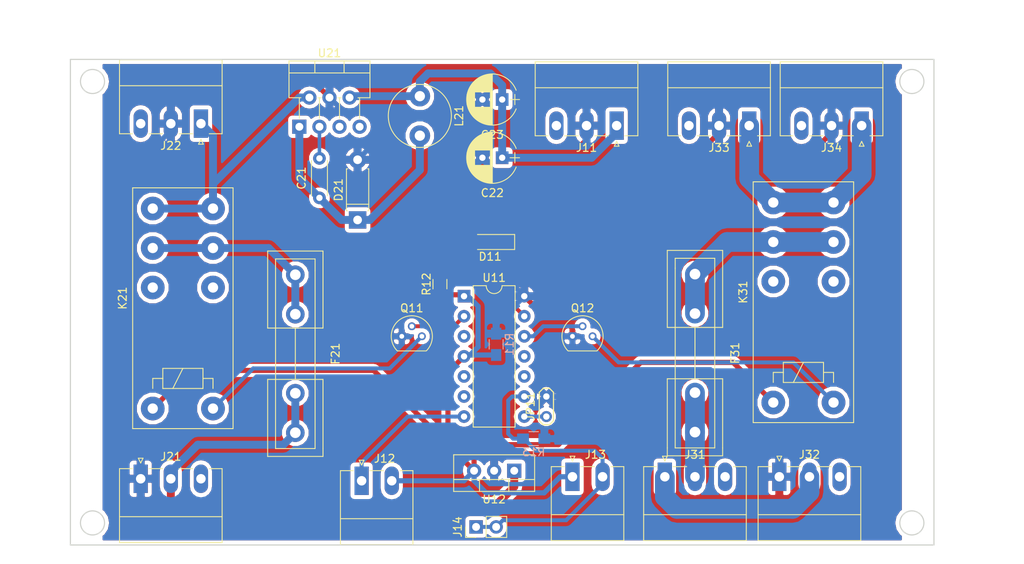
<source format=kicad_pcb>
(kicad_pcb (version 4) (host pcbnew 4.0.7)
  (layers (0 F.Cu signal) (31 B.Cu signal) (34 B.Paste user) (35 F.Paste user) (36 B.SilkS user) (37 F.SilkS user) (38 B.Mask user) (39 F.Mask user) (44 Edge.Cuts user))
  (net 0 "")
  (net 1 "Net-(C21-Pad1)")
  (net 2 "Net-(C21-Pad2)")
  (net 3 GND)
  (net 4 "Net-(F21-Pad2)")
  (net 5 "Net-(F21-Pad1)")
  (net 6 "Net-(F31-Pad2)")
  (net 7 "Net-(F31-Pad1)")
  (net 8 "Net-(J22-Pad1)")
  (net 9 +5V)
  (net 10 RL1)
  (net 11 RL2)
  (net 12 "Net-(Q11-Pad2)")
  (net 13 "Net-(Q12-Pad2)")
  (net 14 "Net-(C22-Pad1)")
  (net 15 "Net-(JP11-Pad1)")
  (net 16 "Net-(J31-Pad1)")
  (net 17 "Net-(J33-Pad1)")
  (net 18 "Net-(D11-Pad1)")
  (net 19 "Net-(D11-Pad2)")
  (net 20 "Net-(J12-Pad1)")
  (net 21 "Net-(J13-Pad2)")
  (module Capacitors_THT:C_Disc_D4.3mm_W1.9mm_P5.00mm (layer F.Cu) (at 73.152 101.092 90)
    (fp_text reference C21 (at 2.5 -2.26 90) (layer F.SilkS))
    (fp_text value 0.01uF)
    (pad 1 thru_hole circle (at 0 0 90) (size 1.6 1.6) (drill 0.8) (layers *.Cu *.Mask) (net 1 "Net-(C21-Pad1)"))
    (pad 2 thru_hole circle (at 5 0 90) (size 1.6 1.6) (drill 0.8) (layers *.Cu *.Mask) (net 2 "Net-(C21-Pad2)"))
  )
  (module Capacitors_THT:CP_Radial_D6.3mm_P2.50mm (layer F.Cu) (at 96.266 96.012 180)
    (fp_text reference C22 (at 1.25 -4.46 180) (layer F.SilkS))
    (fp_text value 100uF)
    (pad 1 thru_hole rect (at 0 0 180) (size 1.6 1.6) (drill 0.8) (layers *.Cu *.Mask) (net 14 "Net-(C22-Pad1)"))
    (pad 2 thru_hole circle (at 2.5 0 180) (size 1.6 1.6) (drill 0.8) (layers *.Cu *.Mask) (net 3 GND))
  )
  (module Capacitors_THT:CP_Radial_D6.3mm_P2.50mm (layer F.Cu) (at 96.266 88.646 180)
    (fp_text reference C23 (at 1.25 -4.46 180) (layer F.SilkS))
    (fp_text value 100uF)
    (pad 1 thru_hole rect (at 0 0 180) (size 1.6 1.6) (drill 0.8) (layers *.Cu *.Mask) (net 14 "Net-(C22-Pad1)"))
    (pad 2 thru_hole circle (at 2.5 0 180) (size 1.6 1.6) (drill 0.8) (layers *.Cu *.Mask) (net 3 GND))
  )
  (module Diodes_THT:D_DO-41_SOD81_P7.62mm_Horizontal (layer F.Cu) (at 77.978 103.886 90)
    (fp_text reference D21 (at 3.81 -2.41 90) (layer F.SilkS))
    (fp_text value D_Schottky)
    (pad 1 thru_hole rect (at 0 0 90) (size 2.2 2.2) (drill 1.1) (layers *.Cu *.Mask) (net 1 "Net-(C21-Pad1)"))
    (pad 2 thru_hole oval (at 7.62 0 90) (size 2.2 2.2) (drill 1.1) (layers *.Cu *.Mask) (net 3 GND))
  )
  (module Fuse_Holders_and_Fuses:Fuseholder5x20_horiz_open_inline_Type-I (layer F.Cu) (at 70.104 110.824 270)
    (fp_text reference F21 (at 10 -5.08 270) (layer F.SilkS))
    (fp_text value Fuse)
    (pad 2 thru_hole circle (at 15 0 270) (size 2.35 2.35) (drill 1.35) (layers *.Cu *.Mask) (net 4 "Net-(F21-Pad2)"))
    (pad 2 thru_hole circle (at 20 0 270) (size 2.35 2.35) (drill 1.35) (layers *.Cu *.Mask) (net 4 "Net-(F21-Pad2)"))
    (pad 1 thru_hole circle (at 5 0 270) (size 2.35 2.35) (drill 1.35) (layers *.Cu *.Mask) (net 5 "Net-(F21-Pad1)"))
    (pad 1 thru_hole circle (at 0 0 270) (size 2.35 2.35) (drill 1.35) (layers *.Cu *.Mask) (net 5 "Net-(F21-Pad1)"))
  )
  (module Fuse_Holders_and_Fuses:Fuseholder5x20_horiz_open_inline_Type-I (layer F.Cu) (at 120.65 110.744 270)
    (fp_text reference F31 (at 10 -5.08 270) (layer F.SilkS))
    (fp_text value T6,3A)
    (pad 2 thru_hole circle (at 15 0 270) (size 2.35 2.35) (drill 1.35) (layers *.Cu *.Mask) (net 6 "Net-(F31-Pad2)"))
    (pad 2 thru_hole circle (at 20 0 270) (size 2.35 2.35) (drill 1.35) (layers *.Cu *.Mask) (net 6 "Net-(F31-Pad2)"))
    (pad 1 thru_hole circle (at 5 0 270) (size 2.35 2.35) (drill 1.35) (layers *.Cu *.Mask) (net 7 "Net-(F31-Pad1)"))
    (pad 1 thru_hole circle (at 0 0 270) (size 2.35 2.35) (drill 1.35) (layers *.Cu *.Mask) (net 7 "Net-(F31-Pad1)"))
  )
  (module Resistors_SMD:R_0805_HandSoldering (layer B.Cu) (at 95.504 119.634 90)
    (fp_text reference R11 (at 0 1.7 90) (layer B.SilkS) (effects (justify mirror)))
    (fp_text value 100k)
    (pad 1 smd rect (at -1.35 0 90) (size 1.5 1.3) (layers B.Cu B.Paste B.Mask) (net 9 +5V))
    (pad 2 smd rect (at 1.35 0 90) (size 1.5 1.3) (layers B.Cu B.Paste B.Mask) (net 3 GND))
  )
  (module Housings_DIP:DIP-14_W7.62mm (layer F.Cu) (at 91.44 113.538)
    (fp_text reference U11 (at 3.81 -2.33) (layer F.SilkS))
    (fp_text value ATTINY84-20PU)
    (pad 1 thru_hole rect (at 0 0) (size 1.6 1.6) (drill 0.8) (layers *.Cu *.Mask) (net 9 +5V))
    (pad 8 thru_hole oval (at 7.62 15.24) (size 1.6 1.6) (drill 0.8) (layers *.Cu *.Mask) (net 15 "Net-(JP11-Pad1)"))
    (pad 2 thru_hole oval (at 0 2.54) (size 1.6 1.6) (drill 0.8) (layers *.Cu *.Mask) (net 12 "Net-(Q11-Pad2)"))
    (pad 9 thru_hole oval (at 7.62 12.7) (size 1.6 1.6) (drill 0.8) (layers *.Cu *.Mask) (net 21 "Net-(J13-Pad2)"))
    (pad 3 thru_hole oval (at 0 5.08) (size 1.6 1.6) (drill 0.8) (layers *.Cu *.Mask))
    (pad 10 thru_hole oval (at 7.62 10.16) (size 1.6 1.6) (drill 0.8) (layers *.Cu *.Mask))
    (pad 4 thru_hole oval (at 0 7.62) (size 1.6 1.6) (drill 0.8) (layers *.Cu *.Mask) (net 9 +5V))
    (pad 11 thru_hole oval (at 7.62 7.62) (size 1.6 1.6) (drill 0.8) (layers *.Cu *.Mask))
    (pad 5 thru_hole oval (at 0 10.16) (size 1.6 1.6) (drill 0.8) (layers *.Cu *.Mask))
    (pad 12 thru_hole oval (at 7.62 5.08) (size 1.6 1.6) (drill 0.8) (layers *.Cu *.Mask) (net 13 "Net-(Q12-Pad2)"))
    (pad 6 thru_hole oval (at 0 12.7) (size 1.6 1.6) (drill 0.8) (layers *.Cu *.Mask))
    (pad 13 thru_hole oval (at 7.62 2.54) (size 1.6 1.6) (drill 0.8) (layers *.Cu *.Mask) (net 18 "Net-(D11-Pad1)"))
    (pad 7 thru_hole oval (at 0 15.24) (size 1.6 1.6) (drill 0.8) (layers *.Cu *.Mask) (net 20 "Net-(J12-Pad1)"))
    (pad 14 thru_hole oval (at 7.62 0) (size 1.6 1.6) (drill 0.8) (layers *.Cu *.Mask) (net 3 GND))
  )
  (module TO_SOT_Packages_THT:TO-220-3_Vertical (layer F.Cu) (at 97.79 135.636 180)
    (fp_text reference U12 (at 2.54 -3.62 180) (layer F.SilkS))
    (fp_text value L7805)
    (pad 1 thru_hole rect (at 0 0 180) (size 1.8 1.8) (drill 1) (layers *.Cu *.Mask) (net 4 "Net-(F21-Pad2)"))
    (pad 2 thru_hole oval (at 2.54 0 180) (size 1.8 1.8) (drill 1) (layers *.Cu *.Mask) (net 3 GND))
    (pad 3 thru_hole oval (at 5.08 0 180) (size 1.8 1.8) (drill 1) (layers *.Cu *.Mask) (net 9 +5V))
  )
  (module TO_SOT_Packages_THT:TO-220-7_Vertical_StaggeredType1 (layer F.Cu) (at 70.612 92.092)
    (fp_text reference U21 (at 3.81 -9.32) (layer F.SilkS))
    (fp_text value LM2678)
    (pad 1 thru_hole rect (at 0 0) (size 1.8 1.8) (drill 1) (layers *.Cu *.Mask) (net 1 "Net-(C21-Pad1)"))
    (pad 2 thru_hole oval (at 1.27 -3.7) (size 1.8 1.8) (drill 1) (layers *.Cu *.Mask) (net 8 "Net-(J22-Pad1)"))
    (pad 3 thru_hole oval (at 2.54 0) (size 1.8 1.8) (drill 1) (layers *.Cu *.Mask) (net 2 "Net-(C21-Pad2)"))
    (pad 4 thru_hole oval (at 3.81 -3.7) (size 1.8 1.8) (drill 1) (layers *.Cu *.Mask) (net 3 GND))
    (pad 5 thru_hole oval (at 5.08 0) (size 1.8 1.8) (drill 1) (layers *.Cu *.Mask))
    (pad 6 thru_hole oval (at 6.35 -3.7) (size 1.8 1.8) (drill 1) (layers *.Cu *.Mask) (net 14 "Net-(C22-Pad1)"))
    (pad 7 thru_hole oval (at 7.62 0) (size 1.8 1.8) (drill 1) (layers *.Cu *.Mask))
  )
  (module Relays_THT:Relay_DPDT_Finder_40.52 (layer F.Cu) (at 52.07 127.762 90)
    (fp_text reference K21 (at 13.97 -3.81 90) (layer F.SilkS))
    (fp_text value FINDER-30.22)
    (pad A1 thru_hole circle (at 0 0 90) (size 3 3) (drill 1.3) (layers *.Cu *.Mask) (net 9 +5V))
    (pad A2 thru_hole circle (at 0 7.62 90) (size 3 3) (drill 1.3) (layers *.Cu *.Mask) (net 10 RL1))
    (pad 11 thru_hole circle (at 20.32 0 90) (size 3 3) (drill 1.3) (layers *.Cu *.Mask) (net 5 "Net-(F21-Pad1)"))
    (pad 24 thru_hole circle (at 25.32 7.62 90) (size 3 3) (drill 1.3) (layers *.Cu *.Mask) (net 8 "Net-(J22-Pad1)"))
    (pad 22 thru_hole circle (at 15.32 7.62 90) (size 3 3) (drill 1.3) (layers *.Cu *.Mask))
    (pad 12 thru_hole circle (at 15.32 0 90) (size 3 3) (drill 1.3) (layers *.Cu *.Mask))
    (pad 21 thru_hole circle (at 20.32 7.62 90) (size 3 3) (drill 1.3) (layers *.Cu *.Mask) (net 5 "Net-(F21-Pad1)"))
    (pad 14 thru_hole circle (at 25.32 0 90) (size 3 3) (drill 1.3) (layers *.Cu *.Mask) (net 8 "Net-(J22-Pad1)"))
  )
  (module Relays_THT:Relay_DPDT_Finder_40.52 (layer F.Cu) (at 130.556 127 90)
    (fp_text reference K31 (at 13.97 -3.81 90) (layer F.SilkS))
    (fp_text value FINDER-30.22)
    (pad A1 thru_hole circle (at 0 0 90) (size 3 3) (drill 1.3) (layers *.Cu *.Mask) (net 9 +5V))
    (pad A2 thru_hole circle (at 0 7.62 90) (size 3 3) (drill 1.3) (layers *.Cu *.Mask) (net 11 RL2))
    (pad 11 thru_hole circle (at 20.32 0 90) (size 3 3) (drill 1.3) (layers *.Cu *.Mask) (net 7 "Net-(F31-Pad1)"))
    (pad 24 thru_hole circle (at 25.32 7.62 90) (size 3 3) (drill 1.3) (layers *.Cu *.Mask) (net 17 "Net-(J33-Pad1)"))
    (pad 22 thru_hole circle (at 15.32 7.62 90) (size 3 3) (drill 1.3) (layers *.Cu *.Mask))
    (pad 12 thru_hole circle (at 15.32 0 90) (size 3 3) (drill 1.3) (layers *.Cu *.Mask))
    (pad 21 thru_hole circle (at 20.32 7.62 90) (size 3 3) (drill 1.3) (layers *.Cu *.Mask) (net 7 "Net-(F31-Pad1)"))
    (pad 14 thru_hole circle (at 25.32 0 90) (size 3 3) (drill 1.3) (layers *.Cu *.Mask) (net 17 "Net-(J33-Pad1)"))
  )
  (module TO_SOT_Packages_THT:TO-92_Molded_Narrow (layer F.Cu) (at 83.566 118.618)
    (fp_text reference Q11 (at 1.27 -3.56) (layer F.SilkS))
    (fp_text value 2N7000)
    (pad 2 thru_hole circle (at 1.27 -1.27 90) (size 1 1) (drill 0.6) (layers *.Cu *.Mask) (net 12 "Net-(Q11-Pad2)"))
    (pad 3 thru_hole circle (at 2.54 0 90) (size 1 1) (drill 0.6) (layers *.Cu *.Mask) (net 10 RL1))
    (pad 1 thru_hole rect (at 0 0 90) (size 1 1) (drill 0.6) (layers *.Cu *.Mask) (net 3 GND))
  )
  (module TO_SOT_Packages_THT:TO-92_Molded_Narrow (layer F.Cu) (at 105.156 118.618)
    (fp_text reference Q12 (at 1.27 -3.56) (layer F.SilkS))
    (fp_text value 2N7000)
    (pad 2 thru_hole circle (at 1.27 -1.27 90) (size 1 1) (drill 0.6) (layers *.Cu *.Mask) (net 13 "Net-(Q12-Pad2)"))
    (pad 3 thru_hole circle (at 2.54 0 90) (size 1 1) (drill 0.6) (layers *.Cu *.Mask) (net 11 RL2))
    (pad 1 thru_hole rect (at 0 0 90) (size 1 1) (drill 0.6) (layers *.Cu *.Mask) (net 3 GND))
  )
  (module Inductors_THT:L_Radial_D7.8mm_P5.00mm_Fastron_07HCP (layer F.Cu) (at 85.852 88.218 270)
    (fp_text reference L21 (at 2.5 -4.96 270) (layer F.SilkS))
    (fp_text value 27uH)
    (pad 1 thru_hole circle (at 0 0 270) (size 2.6 2.6) (drill 1.3) (layers *.Cu *.Mask) (net 14 "Net-(C22-Pad1)"))
    (pad 2 thru_hole circle (at 5 0 270) (size 2.6 2.6) (drill 1.3) (layers *.Cu *.Mask) (net 1 "Net-(C21-Pad1)"))
  )
  (module Connectors_Phoenix:PhoenixContact_MC-G_03x3.81mm_Angled (layer F.Cu) (at 110.744 91.948 180)
    (fp_text reference J11 (at 3.81 -2.8 180) (layer F.SilkS))
    (fp_text value Conn_01x03)
    (pad 1 thru_hole rect (at 0 0 180) (size 1.8 3.6) (drill 1.2) (layers *.Cu *.Mask) (net 14 "Net-(C22-Pad1)"))
    (pad 2 thru_hole oval (at 3.81 0 180) (size 1.8 3.6) (drill 1.2) (layers *.Cu *.Mask) (net 3 GND))
    (pad 3 thru_hole oval (at 7.62 0 180) (size 1.8 3.6) (drill 1.2) (layers *.Cu *.Mask))
  )
  (module Connectors_Phoenix:PhoenixContact_MC-G_03x3.81mm_Angled (layer F.Cu) (at 50.546 136.652)
    (fp_text reference J21 (at 3.81 -2.8) (layer F.SilkS))
    (fp_text value Conn_01x03)
    (pad 1 thru_hole rect (at 0 0) (size 1.8 3.6) (drill 1.2) (layers *.Cu *.Mask) (net 3 GND))
    (pad 2 thru_hole oval (at 3.81 0) (size 1.8 3.6) (drill 1.2) (layers *.Cu *.Mask) (net 4 "Net-(F21-Pad2)"))
    (pad 3 thru_hole oval (at 7.62 0) (size 1.8 3.6) (drill 1.2) (layers *.Cu *.Mask))
  )
  (module Connectors_Phoenix:PhoenixContact_MC-G_03x3.81mm_Angled (layer F.Cu) (at 58.166 91.694 180)
    (fp_text reference J22 (at 3.81 -2.8 180) (layer F.SilkS))
    (fp_text value Conn_01x03)
    (pad 1 thru_hole rect (at 0 0 180) (size 1.8 3.6) (drill 1.2) (layers *.Cu *.Mask) (net 8 "Net-(J22-Pad1)"))
    (pad 2 thru_hole oval (at 3.81 0 180) (size 1.8 3.6) (drill 1.2) (layers *.Cu *.Mask) (net 3 GND))
    (pad 3 thru_hole oval (at 7.62 0 180) (size 1.8 3.6) (drill 1.2) (layers *.Cu *.Mask))
  )
  (module Connectors_Phoenix:PhoenixContact_MC-G_03x3.81mm_Angled (layer F.Cu) (at 116.84 136.398)
    (fp_text reference J31 (at 3.81 -2.8) (layer F.SilkS))
    (fp_text value Conn_01x03)
    (pad 1 thru_hole rect (at 0 0) (size 1.8 3.6) (drill 1.2) (layers *.Cu *.Mask) (net 16 "Net-(J31-Pad1)"))
    (pad 2 thru_hole oval (at 3.81 0) (size 1.8 3.6) (drill 1.2) (layers *.Cu *.Mask) (net 6 "Net-(F31-Pad2)"))
    (pad 3 thru_hole oval (at 7.62 0) (size 1.8 3.6) (drill 1.2) (layers *.Cu *.Mask))
  )
  (module Connectors_Phoenix:PhoenixContact_MC-G_03x3.81mm_Angled (layer F.Cu) (at 131.318 136.398)
    (fp_text reference J32 (at 3.81 -2.8) (layer F.SilkS))
    (fp_text value Conn_01x03)
    (pad 1 thru_hole rect (at 0 0) (size 1.8 3.6) (drill 1.2) (layers *.Cu *.Mask) (net 3 GND))
    (pad 2 thru_hole oval (at 3.81 0) (size 1.8 3.6) (drill 1.2) (layers *.Cu *.Mask) (net 16 "Net-(J31-Pad1)"))
    (pad 3 thru_hole oval (at 7.62 0) (size 1.8 3.6) (drill 1.2) (layers *.Cu *.Mask))
  )
  (module Connectors_Phoenix:PhoenixContact_MC-G_03x3.81mm_Angled (layer F.Cu) (at 127.508 91.948 180)
    (fp_text reference J33 (at 3.81 -2.8 180) (layer F.SilkS))
    (fp_text value Conn_01x03)
    (pad 1 thru_hole rect (at 0 0 180) (size 1.8 3.6) (drill 1.2) (layers *.Cu *.Mask) (net 17 "Net-(J33-Pad1)"))
    (pad 2 thru_hole oval (at 3.81 0 180) (size 1.8 3.6) (drill 1.2) (layers *.Cu *.Mask) (net 3 GND))
    (pad 3 thru_hole oval (at 7.62 0 180) (size 1.8 3.6) (drill 1.2) (layers *.Cu *.Mask))
  )
  (module Measurement_Points:Test_Point_2Pads (layer F.Cu) (at 101.854 128.778 90)
    (fp_text reference JP11 (at 1.27 -2 90) (layer F.SilkS))
    (fp_text value Jumper)
    (pad 1 thru_hole circle (at 0 0 90) (size 1.4 1.4) (drill 0.8128) (layers *.Cu *.Mask) (net 15 "Net-(JP11-Pad1)"))
    (pad 2 thru_hole circle (at 2.54 0 90) (size 1.4 1.4) (drill 0.8128) (layers *.Cu *.Mask) (net 3 GND))
  )
  (module Connectors_Phoenix:PhoenixContact_MC-G_02x3.81mm_Angled (layer F.Cu) (at 78.486 136.906)
    (fp_text reference J12 (at 2.905 -2.8) (layer F.SilkS))
    (fp_text value Conn_01x02)
    (pad 1 thru_hole rect (at 0 0) (size 1.8 3.6) (drill 1.2) (layers *.Cu *.Mask) (net 20 "Net-(J12-Pad1)"))
    (pad 2 thru_hole oval (at 3.81 0) (size 1.8 3.6) (drill 1.2) (layers *.Cu *.Mask) (net 9 +5V))
  )
  (module Connectors_Phoenix:PhoenixContact_MC-G_03x3.81mm_Angled (layer F.Cu) (at 141.732 91.948 180)
    (fp_text reference J34 (at 3.81 -2.8 180) (layer F.SilkS))
    (fp_text value Conn_01x03)
    (pad 1 thru_hole rect (at 0 0 180) (size 1.8 3.6) (drill 1.2) (layers *.Cu *.Mask) (net 17 "Net-(J33-Pad1)"))
    (pad 2 thru_hole oval (at 3.81 0 180) (size 1.8 3.6) (drill 1.2) (layers *.Cu *.Mask) (net 3 GND))
    (pad 3 thru_hole oval (at 7.62 0 180) (size 1.8 3.6) (drill 1.2) (layers *.Cu *.Mask))
  )
  (module LEDs:LED_1206_HandSoldering (layer F.Cu) (at 94.742 106.68 180)
    (fp_text reference D11 (at 0 -1.85 180) (layer F.SilkS))
    (fp_text value LED)
    (pad 1 smd rect (at -2 0 180) (size 2 1.7) (layers F.Cu F.Paste F.Mask) (net 18 "Net-(D11-Pad1)"))
    (pad 2 smd rect (at 2 0 180) (size 2 1.7) (layers F.Cu F.Paste F.Mask) (net 19 "Net-(D11-Pad2)"))
  )
  (module Resistors_SMD:R_0805_HandSoldering (layer F.Cu) (at 88.392 112.014 90)
    (fp_text reference R12 (at 0 -1.7 90) (layer F.SilkS))
    (fp_text value R)
    (pad 1 smd rect (at -1.35 0 90) (size 1.5 1.3) (layers F.Cu F.Paste F.Mask) (net 9 +5V))
    (pad 2 smd rect (at 1.35 0 90) (size 1.5 1.3) (layers F.Cu F.Paste F.Mask) (net 19 "Net-(D11-Pad2)"))
  )
  (module Connectors_Phoenix:PhoenixContact_MC-G_02x3.81mm_Angled (layer F.Cu) (at 105.156 136.398)
    (fp_text reference J13 (at 2.905 -2.8) (layer F.SilkS))
    (fp_text value Conn_01x02)
    (pad 1 thru_hole rect (at 0 0) (size 1.8 3.6) (drill 1.2) (layers *.Cu *.Mask) (net 9 +5V))
    (pad 2 thru_hole oval (at 3.81 0) (size 1.8 3.6) (drill 1.2) (layers *.Cu *.Mask) (net 21 "Net-(J13-Pad2)"))
  )
  (module Resistors_SMD:R_0805_HandSoldering (layer B.Cu) (at 100.25 131.572)
    (fp_text reference R13 (at 0 1.7) (layer B.SilkS) (effects (justify mirror)))
    (fp_text value 10k)
    (pad 1 smd rect (at -1.35 0) (size 1.5 1.3) (layers B.Cu B.Paste B.Mask) (net 21 "Net-(J13-Pad2)"))
    (pad 2 smd rect (at 1.35 0) (size 1.5 1.3) (layers B.Cu B.Paste B.Mask) (net 3 GND))
  )
  (module Pin_Headers:Pin_Header_Straight_1x02_Pitch2.54mm (layer F.Cu) (at 92.964 142.748 90)
    (fp_text reference J14 (at 0 -2.33 90) (layer F.SilkS))
    (fp_text value Conn_01x02)
    (pad 1 thru_hole rect (at 0 0 90) (size 1.7 1.7) (drill 1) (layers *.Cu *.Mask) (net 21 "Net-(J13-Pad2)"))
    (pad 2 thru_hole oval (at 0 2.54 90) (size 1.7 1.7) (drill 1) (layers *.Cu *.Mask) (net 21 "Net-(J13-Pad2)"))
  )
  (gr_circle (center 148.082 86.36) (end 148.082 87.884) (layer Edge.Cuts) (width 0.15))
  (gr_circle (center 148.082 142.24) (end 148.082 143.764) (layer Edge.Cuts) (width 0.15))
  (gr_circle (center 44.45 142.24) (end 44.45 143.764) (layer Edge.Cuts) (width 0.15))
  (gr_circle (center 44.45 86.36) (end 44.45 87.884) (layer Edge.Cuts) (width 0.15))
  (gr_line (start 41.656 83.566) (end 41.656 145.034) (layer Edge.Cuts) (width 0.15))
  (gr_line (start 150.876 83.566) (end 41.656 83.566) (layer Edge.Cuts) (width 0.15))
  (gr_line (start 150.876 145.034) (end 150.876 83.566) (layer Edge.Cuts) (width 0.15))
  (gr_line (start 41.656 145.034) (end 150.876 145.034) (layer Edge.Cuts) (width 0.15))
  (segment (start 77.978 103.886) (end 79.528 103.886) (width 1) (layer B.Cu) (net 1))
  (segment (start 79.528 103.886) (end 85.852 97.562) (width 1) (layer B.Cu) (net 1))
  (segment (start 85.852 97.562) (end 85.852 95.056477) (width 1) (layer B.Cu) (net 1))
  (segment (start 85.852 95.056477) (end 85.852 93.218) (width 1) (layer B.Cu) (net 1))
  (segment (start 75.946 103.886) (end 77.978 103.886) (width 1) (layer B.Cu) (net 1))
  (segment (start 73.152 101.092) (end 75.946 103.886) (width 1) (layer B.Cu) (net 1))
  (segment (start 70.612 92.092) (end 70.612 98.552) (width 1) (layer B.Cu) (net 1))
  (segment (start 70.612 98.552) (end 73.152 101.092) (width 1) (layer B.Cu) (net 1))
  (segment (start 73.152 92.092) (end 73.152 96.092) (width 0.45) (layer B.Cu) (net 2))
  (segment (start 101.6 131.572) (end 103 131.572) (width 0.65) (layer B.Cu) (net 3))
  (segment (start 103 131.572) (end 104.84002 129.73198) (width 0.65) (layer B.Cu) (net 3))
  (segment (start 104.84002 129.73198) (end 104.84002 126.238) (width 0.65) (layer B.Cu) (net 3))
  (segment (start 122.59101 122.84501) (end 120.396 122.84501) (width 0.65) (layer B.Cu) (net 3))
  (segment (start 120.396 122.84501) (end 108.23301 122.84501) (width 0.65) (layer B.Cu) (net 3))
  (segment (start 97.282 121.92) (end 97.282 115.316) (width 0.65) (layer B.Cu) (net 3))
  (segment (start 97.282 115.316) (end 99.06 113.538) (width 0.65) (layer B.Cu) (net 3))
  (segment (start 95.25 123.952) (end 97.282 121.92) (width 0.65) (layer B.Cu) (net 3))
  (segment (start 95.25 135.636) (end 95.25 123.952) (width 0.65) (layer B.Cu) (net 3))
  (segment (start 46.99 134.646) (end 46.99 99.96) (width 0.65) (layer B.Cu) (net 3))
  (segment (start 46.99 99.96) (end 54.356 92.594) (width 0.65) (layer B.Cu) (net 3))
  (segment (start 54.356 92.594) (end 54.356 91.694) (width 0.65) (layer B.Cu) (net 3))
  (segment (start 50.546 136.652) (end 48.996 136.652) (width 0.65) (layer B.Cu) (net 3))
  (segment (start 48.996 136.652) (end 46.99 134.646) (width 0.65) (layer B.Cu) (net 3))
  (segment (start 101.854 126.238) (end 104.84002 126.238) (width 0.65) (layer B.Cu) (net 3))
  (segment (start 104.84002 126.238) (end 108.23301 122.84501) (width 0.65) (layer B.Cu) (net 3))
  (segment (start 131.318 131.572) (end 122.59101 122.84501) (width 0.65) (layer B.Cu) (net 3))
  (segment (start 108.23301 122.84501) (end 105.156 119.768) (width 0.65) (layer B.Cu) (net 3))
  (segment (start 105.156 119.768) (end 105.156 118.618) (width 0.65) (layer B.Cu) (net 3))
  (segment (start 131.318 136.398) (end 131.318 131.572) (width 0.65) (layer B.Cu) (net 3))
  (segment (start 123.698 91.948) (end 123.698 92.848) (width 0.65) (layer F.Cu) (net 3))
  (segment (start 123.698 92.848) (end 118.248 98.298) (width 0.65) (layer F.Cu) (net 3))
  (segment (start 106.934 91.948) (end 106.934 93.726) (width 0.65) (layer F.Cu) (net 3))
  (segment (start 106.934 93.726) (end 102.362 98.298) (width 0.65) (layer F.Cu) (net 3))
  (segment (start 93.766 97.14337) (end 93.766 96.012) (width 0.65) (layer F.Cu) (net 3))
  (segment (start 72.136 86.106) (end 74.422 88.392) (width 0.65) (layer F.Cu) (net 3))
  (segment (start 57.494 86.106) (end 72.136 86.106) (width 0.65) (layer F.Cu) (net 3))
  (segment (start 54.356 91.694) (end 54.356 89.244) (width 0.65) (layer F.Cu) (net 3))
  (segment (start 54.356 89.244) (end 57.494 86.106) (width 0.65) (layer F.Cu) (net 3))
  (segment (start 92.118999 90.293001) (end 92.118999 90.340999) (width 0.65) (layer B.Cu) (net 3))
  (segment (start 92.118999 90.340999) (end 93.766 91.988) (width 0.65) (layer B.Cu) (net 3))
  (segment (start 93.766 91.988) (end 93.766 96.012) (width 0.65) (layer B.Cu) (net 3))
  (segment (start 79.653001 90.067001) (end 79.879001 90.293001) (width 0.65) (layer B.Cu) (net 3))
  (segment (start 79.879001 90.293001) (end 92.118999 90.293001) (width 0.65) (layer B.Cu) (net 3))
  (segment (start 92.118999 90.293001) (end 93.766 88.646) (width 0.65) (layer B.Cu) (net 3))
  (segment (start 80.772 91.186) (end 80.772 93.472) (width 0.65) (layer B.Cu) (net 3))
  (segment (start 80.772 93.472) (end 77.978 96.266) (width 0.65) (layer B.Cu) (net 3))
  (segment (start 79.653001 90.067001) (end 80.772 91.186) (width 0.65) (layer B.Cu) (net 3))
  (segment (start 74.422 88.392) (end 76.097001 90.067001) (width 0.65) (layer B.Cu) (net 3))
  (segment (start 76.097001 90.067001) (end 79.653001 90.067001) (width 0.65) (layer B.Cu) (net 3))
  (segment (start 99.06 113.538) (end 104.14 118.618) (width 0.65) (layer F.Cu) (net 3))
  (segment (start 104.14 118.618) (end 105.156 118.618) (width 0.65) (layer F.Cu) (net 3))
  (segment (start 83.560999 115.067001) (end 86.665001 111.962999) (width 0.65) (layer B.Cu) (net 3))
  (segment (start 98.260001 112.738001) (end 99.06 113.538) (width 0.65) (layer B.Cu) (net 3))
  (segment (start 86.665001 111.962999) (end 97.484999 111.962999) (width 0.65) (layer B.Cu) (net 3))
  (segment (start 97.484999 111.962999) (end 98.260001 112.738001) (width 0.65) (layer B.Cu) (net 3))
  (segment (start 83.566 118.618) (end 83.566 117.965002) (width 0.65) (layer B.Cu) (net 3))
  (segment (start 83.566 117.965002) (end 83.560999 117.960001) (width 0.65) (layer B.Cu) (net 3))
  (segment (start 83.560999 117.960001) (end 83.560999 115.067001) (width 0.65) (layer B.Cu) (net 3))
  (segment (start 95.504 117.094) (end 97.028 115.57) (width 0.65) (layer B.Cu) (net 3))
  (segment (start 97.028 115.57) (end 99.06 113.538) (width 0.65) (layer B.Cu) (net 3))
  (segment (start 95.504 118.284) (end 95.504 117.094) (width 0.65) (layer B.Cu) (net 3))
  (segment (start 137.922 91.948) (end 137.922 92.848) (width 0.65) (layer F.Cu) (net 3))
  (segment (start 137.922 92.848) (end 132.472 98.298) (width 0.65) (layer F.Cu) (net 3))
  (segment (start 132.472 98.298) (end 118.248 98.298) (width 0.65) (layer F.Cu) (net 3))
  (segment (start 118.248 98.298) (end 102.362 98.298) (width 0.65) (layer F.Cu) (net 3))
  (segment (start 102.362 98.298) (end 94.92063 98.298) (width 0.65) (layer F.Cu) (net 3))
  (segment (start 94.92063 98.298) (end 93.766 97.14337) (width 0.65) (layer F.Cu) (net 3))
  (segment (start 97.79 135.636) (end 97.79 137.668) (width 1) (layer F.Cu) (net 4))
  (segment (start 97.79 137.668) (end 95.504 139.954) (width 1) (layer F.Cu) (net 4))
  (segment (start 95.504 139.954) (end 54.858 139.954) (width 1) (layer F.Cu) (net 4))
  (segment (start 54.858 139.954) (end 54.356 139.452) (width 1) (layer F.Cu) (net 4))
  (segment (start 54.356 139.452) (end 54.356 136.652) (width 1) (layer F.Cu) (net 4))
  (segment (start 57.76 132.348) (end 68.58 132.348) (width 1) (layer B.Cu) (net 4))
  (segment (start 68.58 132.348) (end 70.104 130.824) (width 1) (layer B.Cu) (net 4))
  (segment (start 70.104 125.824) (end 70.104 130.824) (width 1) (layer B.Cu) (net 4))
  (segment (start 54.356 136.652) (end 54.356 135.752) (width 1) (layer B.Cu) (net 4))
  (segment (start 54.356 135.752) (end 57.76 132.348) (width 1) (layer B.Cu) (net 4))
  (segment (start 70.104 110.824) (end 70.104 115.824) (width 1) (layer B.Cu) (net 5))
  (segment (start 59.69 107.442) (end 66.722 107.442) (width 1) (layer B.Cu) (net 5))
  (segment (start 66.722 107.442) (end 70.104 110.824) (width 1) (layer B.Cu) (net 5))
  (segment (start 52.07 107.442) (end 54.19132 107.442) (width 1) (layer B.Cu) (net 5))
  (segment (start 54.19132 107.442) (end 59.69 107.442) (width 1) (layer B.Cu) (net 5))
  (segment (start 120.65 130.744) (end 120.65 125.744) (width 2.5) (layer B.Cu) (net 6))
  (segment (start 120.65 136.398) (end 120.65 130.744) (width 2.5) (layer B.Cu) (net 6))
  (segment (start 120.65 110.744) (end 120.65 115.744) (width 2.5) (layer B.Cu) (net 7))
  (segment (start 130.556 106.68) (end 124.714 106.68) (width 2.5) (layer B.Cu) (net 7))
  (segment (start 124.714 106.68) (end 120.65 110.744) (width 2.5) (layer B.Cu) (net 7))
  (segment (start 138.176 106.68) (end 136.05468 106.68) (width 2.5) (layer B.Cu) (net 7))
  (segment (start 136.05468 106.68) (end 130.556 106.68) (width 2.5) (layer B.Cu) (net 7))
  (segment (start 59.69 102.442) (end 59.69 93.218) (width 1) (layer B.Cu) (net 8))
  (segment (start 59.69 93.218) (end 58.166 91.694) (width 1) (layer B.Cu) (net 8))
  (segment (start 59.69 102.442) (end 59.69 99.311208) (width 1) (layer B.Cu) (net 8))
  (segment (start 59.69 99.311208) (end 70.609208 88.392) (width 1) (layer B.Cu) (net 8))
  (segment (start 70.609208 88.392) (end 71.882 88.392) (width 1) (layer B.Cu) (net 8))
  (segment (start 52.07 102.442) (end 54.19132 102.442) (width 1) (layer B.Cu) (net 8))
  (segment (start 54.19132 102.442) (end 59.69 102.442) (width 1) (layer B.Cu) (net 8))
  (segment (start 82.296 136.906) (end 91.44 136.906) (width 0.65) (layer B.Cu) (net 9))
  (segment (start 91.44 136.906) (end 92.71 135.636) (width 0.65) (layer B.Cu) (net 9))
  (segment (start 94.231208 138.43) (end 101.574 138.43) (width 0.65) (layer B.Cu) (net 9))
  (segment (start 103.606 136.398) (end 105.156 136.398) (width 0.65) (layer B.Cu) (net 9))
  (segment (start 101.574 138.43) (end 103.606 136.398) (width 0.65) (layer B.Cu) (net 9))
  (segment (start 92.71 135.636) (end 92.71 136.908792) (width 0.65) (layer B.Cu) (net 9))
  (segment (start 92.71 136.908792) (end 94.231208 138.43) (width 0.65) (layer B.Cu) (net 9))
  (segment (start 88.392 113.364) (end 91.266 113.364) (width 0.65) (layer F.Cu) (net 9))
  (segment (start 91.266 113.364) (end 91.44 113.538) (width 0.65) (layer F.Cu) (net 9))
  (segment (start 91.44 121.158) (end 89.408 123.19) (width 0.65) (layer F.Cu) (net 9))
  (segment (start 89.408 123.19) (end 89.408 132.334) (width 0.65) (layer F.Cu) (net 9))
  (segment (start 89.408 132.334) (end 92.71 135.636) (width 0.65) (layer F.Cu) (net 9))
  (segment (start 92.71 135.636) (end 92.71 134.112) (width 0.65) (layer F.Cu) (net 9))
  (segment (start 92.71 134.112) (end 94.488 132.334) (width 0.65) (layer F.Cu) (net 9))
  (segment (start 94.488 132.334) (end 103.378 132.334) (width 0.65) (layer F.Cu) (net 9))
  (segment (start 103.378 132.334) (end 113.792 121.92) (width 0.65) (layer F.Cu) (net 9))
  (segment (start 113.792 121.92) (end 125.476 121.92) (width 0.65) (layer F.Cu) (net 9))
  (segment (start 125.476 121.92) (end 127.508 123.952) (width 0.65) (layer F.Cu) (net 9))
  (segment (start 127.508 123.952) (end 130.556 127) (width 0.65) (layer F.Cu) (net 9))
  (segment (start 52.07 127.762) (end 56.896 122.936) (width 0.65) (layer F.Cu) (net 9))
  (segment (start 56.896 122.936) (end 80.01 122.936) (width 0.65) (layer F.Cu) (net 9))
  (segment (start 80.01 122.936) (end 92.71 135.636) (width 0.65) (layer F.Cu) (net 9))
  (segment (start 95.504 120.984) (end 92.202 120.984) (width 0.65) (layer B.Cu) (net 9))
  (segment (start 92.202 120.984) (end 91.614 120.984) (width 0.65) (layer B.Cu) (net 9))
  (segment (start 91.44 113.538) (end 91.948 113.538) (width 0.65) (layer B.Cu) (net 9))
  (segment (start 91.948 113.538) (end 93.218 114.808) (width 0.65) (layer B.Cu) (net 9))
  (segment (start 93.218 119.968) (end 92.202 120.984) (width 0.65) (layer B.Cu) (net 9))
  (segment (start 93.218 114.808) (end 93.218 119.968) (width 0.65) (layer B.Cu) (net 9))
  (segment (start 91.614 120.984) (end 91.44 121.158) (width 0.65) (layer B.Cu) (net 9))
  (segment (start 59.69 127.762) (end 64.77 122.682) (width 0.5) (layer B.Cu) (net 10))
  (segment (start 64.77 122.682) (end 82.042 122.682) (width 0.5) (layer B.Cu) (net 10))
  (segment (start 82.042 122.682) (end 86.106 118.618) (width 0.5) (layer B.Cu) (net 10))
  (segment (start 133.096 121.92) (end 110.998 121.92) (width 0.5) (layer B.Cu) (net 11))
  (segment (start 110.998 121.92) (end 107.696 118.618) (width 0.5) (layer B.Cu) (net 11))
  (segment (start 138.176 127) (end 133.096 121.92) (width 0.5) (layer B.Cu) (net 11))
  (segment (start 84.836 117.348) (end 90.17 117.348) (width 0.5) (layer F.Cu) (net 12))
  (segment (start 90.17 117.348) (end 91.44 116.078) (width 0.5) (layer F.Cu) (net 12))
  (segment (start 99.06 118.618) (end 100.19137 118.618) (width 0.5) (layer B.Cu) (net 13))
  (segment (start 100.19137 118.618) (end 101.46137 117.348) (width 0.5) (layer B.Cu) (net 13))
  (segment (start 101.46137 117.348) (end 105.718894 117.348) (width 0.5) (layer B.Cu) (net 13))
  (segment (start 105.718894 117.348) (end 106.426 117.348) (width 0.5) (layer B.Cu) (net 13))
  (segment (start 96.266 96.012) (end 107.58 96.012) (width 1) (layer B.Cu) (net 14))
  (segment (start 107.58 96.012) (end 110.744 92.848) (width 1) (layer B.Cu) (net 14))
  (segment (start 110.744 92.848) (end 110.744 91.948) (width 1) (layer B.Cu) (net 14))
  (segment (start 86.887523 85.344) (end 94.764 85.344) (width 1) (layer B.Cu) (net 14))
  (segment (start 94.764 85.344) (end 96.266 86.846) (width 1) (layer B.Cu) (net 14))
  (segment (start 96.266 86.846) (end 96.266 88.646) (width 1) (layer B.Cu) (net 14))
  (segment (start 85.852 88.218) (end 85.852 86.379523) (width 1) (layer B.Cu) (net 14))
  (segment (start 85.852 86.379523) (end 86.887523 85.344) (width 1) (layer B.Cu) (net 14))
  (segment (start 85.852 88.218) (end 77.136 88.218) (width 1) (layer B.Cu) (net 14))
  (segment (start 77.136 88.218) (end 76.962 88.392) (width 1) (layer B.Cu) (net 14))
  (segment (start 96.266 89.916) (end 96.266 91.186) (width 1) (layer B.Cu) (net 14))
  (segment (start 96.266 91.186) (end 96.266 96.012) (width 1) (layer B.Cu) (net 14))
  (segment (start 96.266 88.646) (end 96.266 89.916) (width 1) (layer B.Cu) (net 14))
  (segment (start 99.06 128.778) (end 101.854 128.778) (width 0.5) (layer B.Cu) (net 15))
  (segment (start 118.364 140.462) (end 116.84 138.938) (width 2.5) (layer B.Cu) (net 16))
  (segment (start 116.84 138.938) (end 116.84 136.398) (width 2.5) (layer B.Cu) (net 16))
  (segment (start 133.014002 140.462) (end 118.364 140.462) (width 2.5) (layer B.Cu) (net 16))
  (segment (start 135.128 136.398) (end 135.128 138.348002) (width 2.5) (layer B.Cu) (net 16))
  (segment (start 135.128 138.348002) (end 133.014002 140.462) (width 2.5) (layer B.Cu) (net 16))
  (segment (start 141.732 98.124) (end 141.732 91.948) (width 2.5) (layer B.Cu) (net 17))
  (segment (start 138.176 101.68) (end 141.732 98.124) (width 2.5) (layer B.Cu) (net 17))
  (segment (start 127.508 91.948) (end 127.508 98.632) (width 2.5) (layer B.Cu) (net 17))
  (segment (start 127.508 98.632) (end 130.556 101.68) (width 2.5) (layer B.Cu) (net 17))
  (segment (start 138.176 101.68) (end 135.636 101.68) (width 2.5) (layer B.Cu) (net 17))
  (segment (start 135.636 101.68) (end 132.334 101.68) (width 2.5) (layer B.Cu) (net 17))
  (segment (start 132.334 101.68) (end 130.556 101.68) (width 2.5) (layer B.Cu) (net 17))
  (segment (start 96.742 106.68) (end 96.742 113.76) (width 0.5) (layer F.Cu) (net 18))
  (segment (start 96.742 113.76) (end 99.06 116.078) (width 0.5) (layer F.Cu) (net 18))
  (segment (start 88.392 110.664) (end 88.392 109.414) (width 0.5) (layer F.Cu) (net 19))
  (segment (start 88.392 109.414) (end 91.126 106.68) (width 0.5) (layer F.Cu) (net 19))
  (segment (start 91.126 106.68) (end 91.242 106.68) (width 0.5) (layer F.Cu) (net 19))
  (segment (start 91.242 106.68) (end 92.742 106.68) (width 0.5) (layer F.Cu) (net 19))
  (segment (start 78.486 136.906) (end 78.486 134.606) (width 0.5) (layer B.Cu) (net 20))
  (segment (start 78.486 134.606) (end 84.314 128.778) (width 0.5) (layer B.Cu) (net 20))
  (segment (start 84.314 128.778) (end 90.30863 128.778) (width 0.5) (layer B.Cu) (net 20))
  (segment (start 90.30863 128.778) (end 91.44 128.778) (width 0.5) (layer B.Cu) (net 20))
  (segment (start 95.504 142.748) (end 92.964 142.748) (width 0.5) (layer B.Cu) (net 21))
  (segment (start 95.504 142.748) (end 96.353999 141.898001) (width 0.5) (layer B.Cu) (net 21))
  (segment (start 96.353999 141.898001) (end 104.365999 141.898001) (width 0.5) (layer B.Cu) (net 21))
  (segment (start 104.365999 141.898001) (end 108.966 137.298) (width 0.5) (layer B.Cu) (net 21))
  (segment (start 108.966 137.298) (end 108.966 136.398) (width 0.5) (layer B.Cu) (net 21))
  (segment (start 107.964 133.096) (end 107.95 133.082) (width 0.5) (layer B.Cu) (net 21))
  (segment (start 98.9 131.572) (end 99 131.572) (width 0.5) (layer B.Cu) (net 21))
  (segment (start 99 131.572) (end 100.524 133.096) (width 0.5) (layer B.Cu) (net 21))
  (segment (start 100.524 133.096) (end 107.964 133.096) (width 0.5) (layer B.Cu) (net 21))
  (segment (start 107.964 133.096) (end 108.966 134.098) (width 0.5) (layer B.Cu) (net 21))
  (segment (start 108.966 134.098) (end 108.966 136.398) (width 0.5) (layer B.Cu) (net 21))
  (segment (start 97.028 126.746) (end 97.536 126.238) (width 0.5) (layer B.Cu) (net 21))
  (segment (start 97.536 126.238) (end 99.06 126.238) (width 0.5) (layer B.Cu) (net 21))
  (segment (start 97.028 130.95) (end 97.028 126.746) (width 0.5) (layer B.Cu) (net 21))
  (segment (start 98.9 131.572) (end 97.65 131.572) (width 0.5) (layer B.Cu) (net 21))
  (segment (start 97.65 131.572) (end 97.028 130.95) (width 0.5) (layer B.Cu) (net 21))
  (zone (net 3) (net_name GND) (layer F.Cu) (connect_pads (clearance 0.508)) (min_thickness 0.254) (fill yes (arc_segments 16) (thermal_gap 0.508) (thermal_bridge_width 1))
    (polygon (pts (xy 45.72 145.034) (xy 45.72 83.566) (xy 146.812 83.566) (xy 146.812 145.034)))
  )
  (zone (net 3) (net_name GND) (layer B.Cu) (connect_pads (clearance 0.508)) (min_thickness 0.254) (fill yes (arc_segments 16) (thermal_gap 0.508) (thermal_bridge_width 1))
    (polygon (pts (xy 45.72 145.034) (xy 45.72 83.566) (xy 146.812 83.566) (xy 146.812 145.034)))
  )
)
</source>
